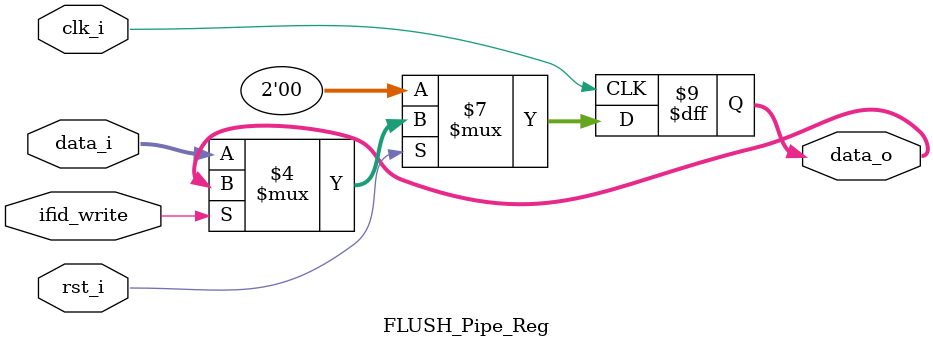
<source format=v>
`timescale 1ns / 1ps
module FLUSH_Pipe_Reg(
    clk_i,
    rst_i,
    data_i,
    ifid_write,
    data_o
    );
					
parameter size = 0;

input   clk_i;		  
input   rst_i,ifid_write;
input   [size-1:0] data_i;
output reg  [size-1:0] data_o;
	  
always@(posedge clk_i) begin
    if(~rst_i)
        data_o <= 0;
    else if(ifid_write)
        data_o <= data_o;
    else
        data_o <= data_i;
end

endmodule	

</source>
